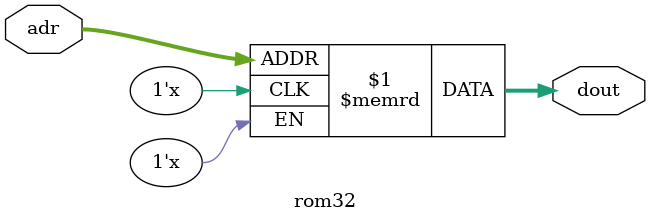
<source format=v>
module rom32(
    input       [32:0] adr,
    output wire [32:0] dout
);
    reg  [32:0] mem_r [0:1023];
    wire [32:0] mem_d;

    
    assign dout = mem_r[adr];
endmodule
</source>
